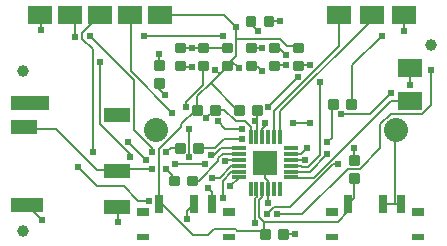
<source format=gtl>
G75*
%MOIN*%
%OFA0B0*%
%FSLAX24Y24*%
%IPPOS*%
%LPD*%
%AMOC8*
5,1,8,0,0,1.08239X$1,22.5*
%
%ADD10C,0.0088*%
%ADD11R,0.0118X0.0472*%
%ADD12R,0.0472X0.0118*%
%ADD13R,0.0472X0.0120*%
%ADD14R,0.0800X0.0800*%
%ADD15R,0.0787X0.0591*%
%ADD16R,0.0276X0.0591*%
%ADD17R,0.0394X0.0236*%
%ADD18R,0.0394X0.0315*%
%ADD19C,0.0800*%
%ADD20R,0.1300X0.0500*%
%ADD21R,0.0900X0.0500*%
%ADD22R,0.1100X0.0500*%
%ADD23C,0.0394*%
%ADD24C,0.0060*%
%ADD25C,0.0240*%
%ADD26C,0.0080*%
D10*
X005748Y002701D02*
X006010Y002701D01*
X005748Y002701D02*
X005748Y002963D01*
X006010Y002963D01*
X006010Y002701D01*
X006010Y002788D02*
X005748Y002788D01*
X005748Y002875D02*
X006010Y002875D01*
X006010Y002962D02*
X005748Y002962D01*
X006348Y002701D02*
X006610Y002701D01*
X006348Y002701D02*
X006348Y002963D01*
X006610Y002963D01*
X006610Y002701D01*
X006610Y002788D02*
X006348Y002788D01*
X006348Y002875D02*
X006610Y002875D01*
X006610Y002962D02*
X006348Y002962D01*
X006207Y003784D02*
X005945Y003784D01*
X005945Y004046D01*
X006207Y004046D01*
X006207Y003784D01*
X006207Y003871D02*
X005945Y003871D01*
X005945Y003958D02*
X006207Y003958D01*
X006207Y004045D02*
X005945Y004045D01*
X006545Y003784D02*
X006807Y003784D01*
X006545Y003784D02*
X006545Y004046D01*
X006807Y004046D01*
X006807Y003784D01*
X006807Y003871D02*
X006545Y003871D01*
X006545Y003958D02*
X006807Y003958D01*
X006807Y004045D02*
X006545Y004045D01*
X006535Y005326D02*
X006797Y005326D01*
X006797Y005064D01*
X006535Y005064D01*
X006535Y005326D01*
X006535Y005151D02*
X006797Y005151D01*
X006797Y005238D02*
X006535Y005238D01*
X006535Y005325D02*
X006797Y005325D01*
X007135Y005326D02*
X007397Y005326D01*
X007397Y005064D01*
X007135Y005064D01*
X007135Y005326D01*
X007135Y005151D02*
X007397Y005151D01*
X007397Y005238D02*
X007135Y005238D01*
X007135Y005325D02*
X007397Y005325D01*
X007913Y005326D02*
X008175Y005326D01*
X008175Y005064D01*
X007913Y005064D01*
X007913Y005326D01*
X007913Y005151D02*
X008175Y005151D01*
X008175Y005238D02*
X007913Y005238D01*
X007913Y005325D02*
X008175Y005325D01*
X008513Y005326D02*
X008775Y005326D01*
X008775Y005064D01*
X008513Y005064D01*
X008513Y005326D01*
X008513Y005151D02*
X008775Y005151D01*
X008775Y005238D02*
X008513Y005238D01*
X008513Y005325D02*
X008775Y005325D01*
X008574Y006535D02*
X008574Y006797D01*
X008574Y006535D02*
X008312Y006535D01*
X008312Y006797D01*
X008574Y006797D01*
X008574Y006622D02*
X008312Y006622D01*
X008312Y006709D02*
X008574Y006709D01*
X008574Y006796D02*
X008312Y006796D01*
X008574Y007135D02*
X008574Y007397D01*
X008574Y007135D02*
X008312Y007135D01*
X008312Y007397D01*
X008574Y007397D01*
X008574Y007222D02*
X008312Y007222D01*
X008312Y007309D02*
X008574Y007309D01*
X008574Y007396D02*
X008312Y007396D01*
X007524Y007397D02*
X007524Y007135D01*
X007524Y007397D02*
X007786Y007397D01*
X007786Y007135D01*
X007524Y007135D01*
X007524Y007222D02*
X007786Y007222D01*
X007786Y007309D02*
X007524Y007309D01*
X007524Y007396D02*
X007786Y007396D01*
X006737Y007397D02*
X006737Y007135D01*
X006737Y007397D02*
X006999Y007397D01*
X006999Y007135D01*
X006737Y007135D01*
X006737Y007222D02*
X006999Y007222D01*
X006999Y007309D02*
X006737Y007309D01*
X006737Y007396D02*
X006999Y007396D01*
X005950Y007397D02*
X005950Y007135D01*
X005950Y007397D02*
X006212Y007397D01*
X006212Y007135D01*
X005950Y007135D01*
X005950Y007222D02*
X006212Y007222D01*
X006212Y007309D02*
X005950Y007309D01*
X005950Y007396D02*
X006212Y007396D01*
X005950Y006797D02*
X005950Y006535D01*
X005950Y006797D02*
X006212Y006797D01*
X006212Y006535D01*
X005950Y006535D01*
X005950Y006622D02*
X006212Y006622D01*
X006212Y006709D02*
X005950Y006709D01*
X005950Y006796D02*
X006212Y006796D01*
X006737Y006797D02*
X006737Y006535D01*
X006737Y006797D02*
X006999Y006797D01*
X006999Y006535D01*
X006737Y006535D01*
X006737Y006622D02*
X006999Y006622D01*
X006999Y006709D02*
X006737Y006709D01*
X006737Y006796D02*
X006999Y006796D01*
X007524Y006797D02*
X007524Y006535D01*
X007524Y006797D02*
X007786Y006797D01*
X007786Y006535D01*
X007524Y006535D01*
X007524Y006622D02*
X007786Y006622D01*
X007786Y006709D02*
X007524Y006709D01*
X007524Y006796D02*
X007786Y006796D01*
X009361Y006797D02*
X009361Y006535D01*
X009099Y006535D01*
X009099Y006797D01*
X009361Y006797D01*
X009361Y006622D02*
X009099Y006622D01*
X009099Y006709D02*
X009361Y006709D01*
X009361Y006796D02*
X009099Y006796D01*
X009361Y007135D02*
X009361Y007397D01*
X009361Y007135D02*
X009099Y007135D01*
X009099Y007397D01*
X009361Y007397D01*
X009361Y007222D02*
X009099Y007222D01*
X009099Y007309D02*
X009361Y007309D01*
X009361Y007396D02*
X009099Y007396D01*
X010149Y007397D02*
X010149Y007135D01*
X009887Y007135D01*
X009887Y007397D01*
X010149Y007397D01*
X010149Y007222D02*
X009887Y007222D01*
X009887Y007309D02*
X010149Y007309D01*
X010149Y007396D02*
X009887Y007396D01*
X010149Y006797D02*
X010149Y006535D01*
X009887Y006535D01*
X009887Y006797D01*
X010149Y006797D01*
X010149Y006622D02*
X009887Y006622D01*
X009887Y006709D02*
X010149Y006709D01*
X010149Y006796D02*
X009887Y006796D01*
X009169Y008278D02*
X008907Y008278D01*
X009169Y008278D02*
X009169Y008016D01*
X008907Y008016D01*
X008907Y008278D01*
X008907Y008103D02*
X009169Y008103D01*
X009169Y008190D02*
X008907Y008190D01*
X008907Y008277D02*
X009169Y008277D01*
X008569Y008278D02*
X008307Y008278D01*
X008569Y008278D02*
X008569Y008016D01*
X008307Y008016D01*
X008307Y008278D01*
X008307Y008103D02*
X008569Y008103D01*
X008569Y008190D02*
X008307Y008190D01*
X008307Y008277D02*
X008569Y008277D01*
X005523Y006807D02*
X005523Y006545D01*
X005261Y006545D01*
X005261Y006807D01*
X005523Y006807D01*
X005523Y006632D02*
X005261Y006632D01*
X005261Y006719D02*
X005523Y006719D01*
X005523Y006806D02*
X005261Y006806D01*
X005523Y006207D02*
X005523Y005945D01*
X005261Y005945D01*
X005261Y006207D01*
X005523Y006207D01*
X005523Y006032D02*
X005261Y006032D01*
X005261Y006119D02*
X005523Y006119D01*
X005523Y006206D02*
X005261Y006206D01*
X011063Y005523D02*
X011325Y005523D01*
X011325Y005261D01*
X011063Y005261D01*
X011063Y005523D01*
X011063Y005348D02*
X011325Y005348D01*
X011325Y005435D02*
X011063Y005435D01*
X011063Y005522D02*
X011325Y005522D01*
X011663Y005523D02*
X011925Y005523D01*
X011925Y005261D01*
X011663Y005261D01*
X011663Y005523D01*
X011663Y005348D02*
X011925Y005348D01*
X011925Y005435D02*
X011663Y005435D01*
X011663Y005522D02*
X011925Y005522D01*
X011757Y003657D02*
X011757Y003395D01*
X011757Y003657D02*
X012019Y003657D01*
X012019Y003395D01*
X011757Y003395D01*
X011757Y003482D02*
X012019Y003482D01*
X012019Y003569D02*
X011757Y003569D01*
X011757Y003656D02*
X012019Y003656D01*
X011757Y003057D02*
X011757Y002795D01*
X011757Y003057D02*
X012019Y003057D01*
X012019Y002795D01*
X011757Y002795D01*
X011757Y002882D02*
X012019Y002882D01*
X012019Y002969D02*
X011757Y002969D01*
X011757Y003056D02*
X012019Y003056D01*
X009661Y001192D02*
X009399Y001192D01*
X009661Y001192D02*
X009661Y000930D01*
X009399Y000930D01*
X009399Y001192D01*
X009399Y001017D02*
X009661Y001017D01*
X009661Y001104D02*
X009399Y001104D01*
X009399Y001191D02*
X009661Y001191D01*
X009061Y001192D02*
X008799Y001192D01*
X009061Y001192D02*
X009061Y000930D01*
X008799Y000930D01*
X008799Y001192D01*
X008799Y001017D02*
X009061Y001017D01*
X009061Y001104D02*
X008799Y001104D01*
X008799Y001191D02*
X009061Y001191D01*
D11*
X009035Y002557D03*
X009235Y002557D03*
X009425Y002557D03*
X008835Y002557D03*
X008635Y002557D03*
X008445Y002557D03*
X008445Y004289D03*
X008635Y004289D03*
X008835Y004289D03*
X009035Y004289D03*
X009235Y004289D03*
X009425Y004289D03*
D12*
X009801Y003913D03*
X009801Y003723D03*
X009801Y003523D03*
X009801Y003323D03*
X009801Y003123D03*
X009801Y002933D03*
X008069Y003323D03*
X008069Y003523D03*
X008069Y003723D03*
X008069Y003913D03*
D13*
X008069Y003123D03*
X008069Y002933D03*
D14*
X008935Y003423D03*
D15*
X013758Y005490D03*
X013758Y006573D03*
X013561Y008344D03*
X012478Y008344D03*
X011395Y008344D03*
X005425Y008350D03*
X004425Y008350D03*
X003425Y008350D03*
X002425Y008350D03*
X001425Y008350D03*
D16*
X005392Y002045D03*
X006573Y002045D03*
X007163Y002045D03*
X011691Y002045D03*
X012872Y002045D03*
X013462Y002045D03*
D17*
X014014Y000962D03*
X011140Y000962D03*
X007714Y000962D03*
X004840Y000962D03*
D18*
X004840Y001789D03*
X007714Y001789D03*
X011140Y001789D03*
X014014Y001789D03*
D19*
X013293Y004506D03*
X005293Y004506D03*
D20*
X001095Y005399D03*
D21*
X000895Y004599D03*
X003995Y004999D03*
X003995Y003149D03*
X003995Y001949D03*
D22*
X000995Y001999D03*
D23*
X000864Y001159D03*
X000864Y006474D03*
X014447Y007360D03*
D24*
X014447Y006523D02*
X014447Y005342D01*
X014151Y005047D01*
X013118Y005047D01*
X012773Y004703D01*
X012773Y003915D01*
X012084Y003226D01*
X011691Y003226D01*
X010165Y001701D01*
X009329Y001701D01*
X009230Y001947D02*
X008984Y001701D01*
X008738Y001602D02*
X008738Y002193D01*
X008836Y002291D01*
X008836Y002537D01*
X008835Y002557D01*
X008640Y002537D02*
X008635Y002557D01*
X008640Y002537D02*
X008640Y002291D01*
X008590Y002242D01*
X008590Y001405D01*
X008738Y001602D02*
X008886Y001455D01*
X011346Y001455D01*
X011691Y001799D01*
X011691Y002045D01*
X011888Y002242D01*
X011888Y002926D01*
X011346Y003374D02*
X011199Y003374D01*
X009771Y001947D01*
X009230Y001947D01*
X008886Y001455D02*
X008886Y001159D01*
X008930Y001061D01*
X008886Y001061D01*
X008886Y001159D01*
X008000Y001159D01*
X007951Y001208D01*
X007212Y001208D01*
X007016Y001012D01*
X006523Y001012D01*
X005392Y002144D01*
X005392Y002045D01*
X005392Y002144D02*
X005392Y003866D01*
X006130Y004604D01*
X006130Y004703D01*
X006622Y005195D01*
X006666Y005195D01*
X006671Y005195D01*
X006671Y005638D01*
X007114Y006081D01*
X008000Y005195D01*
X008044Y005195D01*
X007951Y004801D02*
X007557Y005195D01*
X007266Y005195D01*
X007262Y005195D01*
X006966Y004899D01*
X007360Y004801D02*
X007606Y004555D01*
X008147Y004555D01*
X008246Y004801D02*
X007951Y004801D01*
X008246Y004801D02*
X008443Y004604D01*
X008443Y004309D01*
X008445Y004289D01*
X008635Y004289D02*
X008640Y004309D01*
X008640Y004801D01*
X008590Y004801D01*
X008640Y004801D02*
X008640Y005195D01*
X008644Y005195D01*
X009033Y005293D02*
X010018Y006277D01*
X009624Y006671D02*
X009230Y006671D01*
X009230Y006666D01*
X008836Y006474D02*
X008689Y006622D01*
X008443Y006622D01*
X008443Y006666D01*
X008049Y006573D02*
X007803Y006819D01*
X007655Y006666D01*
X007655Y006671D01*
X007803Y006819D01*
X007951Y006966D01*
X007951Y007557D01*
X009427Y007557D01*
X009673Y007311D01*
X010018Y007311D01*
X010018Y007266D01*
X009624Y007016D02*
X009378Y007262D01*
X009230Y007262D01*
X009230Y007266D01*
X008836Y007262D02*
X008443Y007262D01*
X008443Y007266D01*
X007951Y007557D02*
X007951Y007951D01*
X007557Y008344D01*
X005441Y008344D01*
X005425Y008350D01*
X004456Y008344D02*
X004425Y008350D01*
X004456Y008344D02*
X004456Y006474D01*
X005834Y005096D01*
X006277Y005293D02*
X006277Y005441D01*
X006868Y006031D01*
X006868Y006666D01*
X006474Y006622D02*
X006081Y006622D01*
X006081Y006666D01*
X005392Y006076D02*
X005392Y005884D01*
X005588Y005687D01*
X004555Y006179D02*
X003079Y007655D01*
X002832Y007557D02*
X002832Y007754D01*
X003423Y008344D01*
X003425Y008350D01*
X002586Y008197D02*
X002439Y008344D01*
X002425Y008350D01*
X002586Y008197D02*
X002586Y007606D01*
X002832Y007557D02*
X003177Y007212D01*
X003177Y003768D01*
X002685Y003275D02*
X003325Y002636D01*
X004210Y002636D01*
X004703Y002144D01*
X005047Y002144D01*
X005834Y002832D02*
X005879Y002832D01*
X005834Y002832D02*
X005834Y003029D01*
X005638Y003226D01*
X005933Y003374D02*
X006917Y003374D01*
X007114Y003669D02*
X007212Y003669D01*
X007458Y003915D01*
X008049Y003915D01*
X008069Y003913D01*
X008069Y003723D02*
X008049Y003718D01*
X007508Y003718D01*
X007360Y003571D01*
X007360Y003472D01*
X006720Y002832D01*
X006479Y002832D01*
X007163Y002931D02*
X007409Y002931D01*
X007803Y003325D01*
X008049Y003325D01*
X008069Y003323D01*
X008049Y003128D02*
X007803Y003128D01*
X007508Y002832D01*
X007508Y002242D01*
X007754Y002636D02*
X008049Y002931D01*
X008069Y002933D01*
X008069Y003123D02*
X008049Y003128D01*
X007655Y003521D02*
X007606Y003472D01*
X007655Y003521D02*
X008049Y003521D01*
X008069Y003523D01*
X007557Y004210D02*
X007262Y003915D01*
X006676Y003915D01*
X006376Y003620D02*
X006376Y004555D01*
X006076Y003915D02*
X005785Y003915D01*
X005638Y003768D01*
X005145Y003768D02*
X005145Y003915D01*
X004555Y004506D01*
X004555Y006179D01*
X003423Y006769D02*
X003423Y004703D01*
X004407Y003718D01*
X004407Y003620D01*
X004358Y004112D02*
X004949Y003521D01*
X005145Y003226D02*
X004063Y003226D01*
X004014Y003177D01*
X003995Y003149D01*
X003964Y003177D01*
X003325Y003177D01*
X001947Y004555D01*
X000913Y004555D01*
X000895Y004599D01*
X004899Y007655D02*
X007508Y007655D01*
X008443Y008049D02*
X008689Y007803D01*
X008443Y008049D02*
X008443Y008147D01*
X008438Y008147D01*
X007655Y006666D02*
X007655Y006622D01*
X007409Y006376D01*
X007262Y006523D01*
X007409Y006376D02*
X007114Y006081D01*
X008935Y004752D02*
X008935Y004653D01*
X008836Y004555D01*
X008836Y004309D01*
X008835Y004289D01*
X009230Y004309D02*
X009235Y004289D01*
X009230Y004309D02*
X009230Y005145D01*
X011395Y007311D01*
X011395Y008344D01*
X012478Y008344D02*
X012478Y008197D01*
X009427Y005145D01*
X009427Y004309D01*
X009425Y004289D01*
X009870Y004752D02*
X010411Y004752D01*
X011002Y004112D02*
X011149Y004260D01*
X011149Y005392D01*
X011194Y005392D01*
X011445Y005047D02*
X012429Y005047D01*
X013118Y005736D01*
X013118Y005490D02*
X013758Y005490D01*
X013118Y005490D02*
X010559Y002931D01*
X009821Y002931D01*
X009801Y002933D01*
X009801Y003123D02*
X009821Y003128D01*
X010411Y003128D01*
X011002Y003718D01*
X010756Y003669D02*
X010756Y006130D01*
X011838Y006671D02*
X011838Y005392D01*
X011794Y005392D01*
X013266Y004506D02*
X013293Y004506D01*
X013266Y004506D02*
X013266Y002045D01*
X012872Y002045D01*
X013266Y002045D02*
X013462Y002045D01*
X010756Y003669D02*
X010362Y003275D01*
X010165Y003275D01*
X010116Y003325D01*
X009821Y003325D01*
X009801Y003323D01*
X009821Y003521D02*
X009801Y003523D01*
X009821Y003521D02*
X010264Y003521D01*
X010116Y003718D02*
X009821Y003718D01*
X009801Y003723D01*
X010116Y003718D02*
X010313Y003915D01*
X008147Y004210D02*
X007557Y004210D01*
X006573Y002045D02*
X006327Y001799D01*
X006327Y001553D01*
X011838Y006671D02*
X012823Y007655D01*
D25*
X012823Y007655D03*
X013561Y007803D03*
X014447Y006523D03*
X013758Y006031D03*
X013118Y005736D03*
X011445Y005047D03*
X010411Y004752D03*
X009870Y004752D03*
X009033Y005293D03*
X008935Y004752D03*
X008590Y004801D03*
X008147Y004555D03*
X008147Y004210D03*
X007360Y004801D03*
X006966Y004899D03*
X006376Y004555D03*
X005834Y005096D03*
X006277Y005293D03*
X005588Y005687D03*
X006474Y006622D03*
X007262Y006523D03*
X008049Y006573D03*
X008836Y006474D03*
X009624Y006671D03*
X009624Y007016D03*
X010411Y006671D03*
X010018Y006277D03*
X010756Y006130D03*
X008836Y007262D03*
X008689Y007803D03*
X007951Y007951D03*
X007508Y007655D03*
X006474Y007262D03*
X005392Y007065D03*
X004899Y007655D03*
X003423Y006769D03*
X003079Y007655D03*
X002586Y007606D03*
X001455Y007852D03*
X004358Y004112D03*
X004407Y003620D03*
X004949Y003521D03*
X005145Y003768D03*
X005638Y003768D03*
X005933Y003374D03*
X005638Y003226D03*
X005145Y003226D03*
X006376Y003620D03*
X006917Y003374D03*
X007114Y003669D03*
X007606Y003472D03*
X007163Y002931D03*
X007016Y002586D03*
X007508Y002242D03*
X007754Y002636D03*
X008984Y001701D03*
X009329Y001701D03*
X009033Y002094D03*
X008590Y001405D03*
X009919Y001061D03*
X011346Y003374D03*
X011002Y003718D03*
X011002Y004112D03*
X010313Y003915D03*
X010264Y003521D03*
X011888Y003915D03*
X006327Y001553D03*
X005047Y002144D03*
X004014Y001455D03*
X001504Y001504D03*
X002685Y003275D03*
X003177Y003768D03*
X009427Y008147D03*
D26*
X009038Y008147D01*
X007655Y007266D02*
X007655Y007262D01*
X006868Y007262D01*
X006868Y007266D01*
X006868Y007262D02*
X006474Y007262D01*
X006081Y007262D01*
X006081Y007266D01*
X005392Y007065D02*
X005392Y006676D01*
X001455Y007852D02*
X001455Y008344D01*
X001425Y008350D01*
X008935Y003423D02*
X008935Y002931D01*
X009033Y002832D01*
X009033Y002586D01*
X009035Y002557D01*
X009033Y002537D01*
X009033Y002094D01*
X009530Y001061D02*
X009919Y001061D01*
X007163Y002045D02*
X007163Y002439D01*
X007016Y002586D01*
X004014Y001947D02*
X004014Y001455D01*
X004014Y001947D02*
X003995Y001949D01*
X001504Y001504D02*
X001012Y001996D01*
X000995Y001999D01*
X010018Y006666D02*
X010018Y006671D01*
X010411Y006671D01*
X013561Y007803D02*
X013561Y008344D01*
X013758Y006573D02*
X013758Y006031D01*
X011888Y003915D02*
X011888Y003526D01*
M02*

</source>
